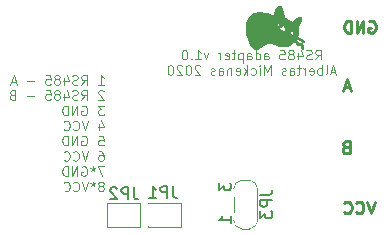
<source format=gbr>
G04 #@! TF.GenerationSoftware,KiCad,Pcbnew,5.99.0-unknown-48ae188~86~ubuntu18.04.1*
G04 #@! TF.CreationDate,2020-01-28T17:25:18+02:00*
G04 #@! TF.ProjectId,adapter,61646170-7465-4722-9e6b-696361645f70,rev?*
G04 #@! TF.SameCoordinates,Original*
G04 #@! TF.FileFunction,Legend,Bot*
G04 #@! TF.FilePolarity,Positive*
%FSLAX46Y46*%
G04 Gerber Fmt 4.6, Leading zero omitted, Abs format (unit mm)*
G04 Created by KiCad (PCBNEW 5.99.0-unknown-48ae188~86~ubuntu18.04.1) date 2020-01-28 17:25:18*
%MOMM*%
%LPD*%
G04 APERTURE LIST*
%ADD10C,0.120000*%
%ADD11C,0.250000*%
%ADD12C,0.010000*%
%ADD13C,0.150000*%
%ADD14R,2.100000X2.100000*%
%ADD15O,2.100000X2.100000*%
%ADD16R,1.900000X1.400000*%
%ADD17R,1.400000X1.900000*%
%ADD18R,3.400000X3.400000*%
%ADD19C,3.400000*%
%ADD20C,1.900000*%
%ADD21R,1.900000X1.900000*%
%ADD22C,3.600000*%
G04 APERTURE END LIST*
D10*
X80409523Y-44717904D02*
X80676190Y-44336952D01*
X80866666Y-44717904D02*
X80866666Y-43917904D01*
X80561904Y-43917904D01*
X80485714Y-43956000D01*
X80447619Y-43994095D01*
X80409523Y-44070285D01*
X80409523Y-44184571D01*
X80447619Y-44260761D01*
X80485714Y-44298857D01*
X80561904Y-44336952D01*
X80866666Y-44336952D01*
X80104761Y-44679809D02*
X79990476Y-44717904D01*
X79800000Y-44717904D01*
X79723809Y-44679809D01*
X79685714Y-44641714D01*
X79647619Y-44565523D01*
X79647619Y-44489333D01*
X79685714Y-44413142D01*
X79723809Y-44375047D01*
X79800000Y-44336952D01*
X79952380Y-44298857D01*
X80028571Y-44260761D01*
X80066666Y-44222666D01*
X80104761Y-44146476D01*
X80104761Y-44070285D01*
X80066666Y-43994095D01*
X80028571Y-43956000D01*
X79952380Y-43917904D01*
X79761904Y-43917904D01*
X79647619Y-43956000D01*
X78961904Y-44184571D02*
X78961904Y-44717904D01*
X79152380Y-43879809D02*
X79342857Y-44451238D01*
X78847619Y-44451238D01*
X78428571Y-44260761D02*
X78504761Y-44222666D01*
X78542857Y-44184571D01*
X78580952Y-44108380D01*
X78580952Y-44070285D01*
X78542857Y-43994095D01*
X78504761Y-43956000D01*
X78428571Y-43917904D01*
X78276190Y-43917904D01*
X78200000Y-43956000D01*
X78161904Y-43994095D01*
X78123809Y-44070285D01*
X78123809Y-44108380D01*
X78161904Y-44184571D01*
X78200000Y-44222666D01*
X78276190Y-44260761D01*
X78428571Y-44260761D01*
X78504761Y-44298857D01*
X78542857Y-44336952D01*
X78580952Y-44413142D01*
X78580952Y-44565523D01*
X78542857Y-44641714D01*
X78504761Y-44679809D01*
X78428571Y-44717904D01*
X78276190Y-44717904D01*
X78200000Y-44679809D01*
X78161904Y-44641714D01*
X78123809Y-44565523D01*
X78123809Y-44413142D01*
X78161904Y-44336952D01*
X78200000Y-44298857D01*
X78276190Y-44260761D01*
X77400000Y-43917904D02*
X77780952Y-43917904D01*
X77819047Y-44298857D01*
X77780952Y-44260761D01*
X77704761Y-44222666D01*
X77514285Y-44222666D01*
X77438095Y-44260761D01*
X77400000Y-44298857D01*
X77361904Y-44375047D01*
X77361904Y-44565523D01*
X77400000Y-44641714D01*
X77438095Y-44679809D01*
X77514285Y-44717904D01*
X77704761Y-44717904D01*
X77780952Y-44679809D01*
X77819047Y-44641714D01*
X76066666Y-44717904D02*
X76066666Y-44298857D01*
X76104761Y-44222666D01*
X76180952Y-44184571D01*
X76333333Y-44184571D01*
X76409523Y-44222666D01*
X76066666Y-44679809D02*
X76142857Y-44717904D01*
X76333333Y-44717904D01*
X76409523Y-44679809D01*
X76447619Y-44603619D01*
X76447619Y-44527428D01*
X76409523Y-44451238D01*
X76333333Y-44413142D01*
X76142857Y-44413142D01*
X76066666Y-44375047D01*
X75342857Y-44717904D02*
X75342857Y-43917904D01*
X75342857Y-44679809D02*
X75419047Y-44717904D01*
X75571428Y-44717904D01*
X75647619Y-44679809D01*
X75685714Y-44641714D01*
X75723809Y-44565523D01*
X75723809Y-44336952D01*
X75685714Y-44260761D01*
X75647619Y-44222666D01*
X75571428Y-44184571D01*
X75419047Y-44184571D01*
X75342857Y-44222666D01*
X74619047Y-44717904D02*
X74619047Y-44298857D01*
X74657142Y-44222666D01*
X74733333Y-44184571D01*
X74885714Y-44184571D01*
X74961904Y-44222666D01*
X74619047Y-44679809D02*
X74695238Y-44717904D01*
X74885714Y-44717904D01*
X74961904Y-44679809D01*
X75000000Y-44603619D01*
X75000000Y-44527428D01*
X74961904Y-44451238D01*
X74885714Y-44413142D01*
X74695238Y-44413142D01*
X74619047Y-44375047D01*
X74238095Y-44184571D02*
X74238095Y-44984571D01*
X74238095Y-44222666D02*
X74161904Y-44184571D01*
X74009523Y-44184571D01*
X73933333Y-44222666D01*
X73895238Y-44260761D01*
X73857142Y-44336952D01*
X73857142Y-44565523D01*
X73895238Y-44641714D01*
X73933333Y-44679809D01*
X74009523Y-44717904D01*
X74161904Y-44717904D01*
X74238095Y-44679809D01*
X73628571Y-44184571D02*
X73323809Y-44184571D01*
X73514285Y-43917904D02*
X73514285Y-44603619D01*
X73476190Y-44679809D01*
X73400000Y-44717904D01*
X73323809Y-44717904D01*
X72752380Y-44679809D02*
X72828571Y-44717904D01*
X72980952Y-44717904D01*
X73057142Y-44679809D01*
X73095238Y-44603619D01*
X73095238Y-44298857D01*
X73057142Y-44222666D01*
X72980952Y-44184571D01*
X72828571Y-44184571D01*
X72752380Y-44222666D01*
X72714285Y-44298857D01*
X72714285Y-44375047D01*
X73095238Y-44451238D01*
X72371428Y-44717904D02*
X72371428Y-44184571D01*
X72371428Y-44336952D02*
X72333333Y-44260761D01*
X72295238Y-44222666D01*
X72219047Y-44184571D01*
X72142857Y-44184571D01*
X71342857Y-44184571D02*
X71152380Y-44717904D01*
X70961904Y-44184571D01*
X70238095Y-44717904D02*
X70695238Y-44717904D01*
X70466666Y-44717904D02*
X70466666Y-43917904D01*
X70542857Y-44032190D01*
X70619047Y-44108380D01*
X70695238Y-44146476D01*
X69895238Y-44641714D02*
X69857142Y-44679809D01*
X69895238Y-44717904D01*
X69933333Y-44679809D01*
X69895238Y-44641714D01*
X69895238Y-44717904D01*
X69361904Y-43917904D02*
X69285714Y-43917904D01*
X69209523Y-43956000D01*
X69171428Y-43994095D01*
X69133333Y-44070285D01*
X69095238Y-44222666D01*
X69095238Y-44413142D01*
X69133333Y-44565523D01*
X69171428Y-44641714D01*
X69209523Y-44679809D01*
X69285714Y-44717904D01*
X69361904Y-44717904D01*
X69438095Y-44679809D01*
X69476190Y-44641714D01*
X69514285Y-44565523D01*
X69552380Y-44413142D01*
X69552380Y-44222666D01*
X69514285Y-44070285D01*
X69476190Y-43994095D01*
X69438095Y-43956000D01*
X69361904Y-43917904D01*
X82104761Y-45777333D02*
X81723809Y-45777333D01*
X82180952Y-46005904D02*
X81914285Y-45205904D01*
X81647619Y-46005904D01*
X81266666Y-46005904D02*
X81342857Y-45967809D01*
X81380952Y-45891619D01*
X81380952Y-45205904D01*
X80961904Y-46005904D02*
X80961904Y-45205904D01*
X80961904Y-45510666D02*
X80885714Y-45472571D01*
X80733333Y-45472571D01*
X80657142Y-45510666D01*
X80619047Y-45548761D01*
X80580952Y-45624952D01*
X80580952Y-45853523D01*
X80619047Y-45929714D01*
X80657142Y-45967809D01*
X80733333Y-46005904D01*
X80885714Y-46005904D01*
X80961904Y-45967809D01*
X79933333Y-45967809D02*
X80009523Y-46005904D01*
X80161904Y-46005904D01*
X80238095Y-45967809D01*
X80276190Y-45891619D01*
X80276190Y-45586857D01*
X80238095Y-45510666D01*
X80161904Y-45472571D01*
X80009523Y-45472571D01*
X79933333Y-45510666D01*
X79895238Y-45586857D01*
X79895238Y-45663047D01*
X80276190Y-45739238D01*
X79552380Y-46005904D02*
X79552380Y-45472571D01*
X79552380Y-45624952D02*
X79514285Y-45548761D01*
X79476190Y-45510666D01*
X79400000Y-45472571D01*
X79323809Y-45472571D01*
X79171428Y-45472571D02*
X78866666Y-45472571D01*
X79057142Y-45205904D02*
X79057142Y-45891619D01*
X79019047Y-45967809D01*
X78942857Y-46005904D01*
X78866666Y-46005904D01*
X78257142Y-46005904D02*
X78257142Y-45586857D01*
X78295238Y-45510666D01*
X78371428Y-45472571D01*
X78523809Y-45472571D01*
X78600000Y-45510666D01*
X78257142Y-45967809D02*
X78333333Y-46005904D01*
X78523809Y-46005904D01*
X78600000Y-45967809D01*
X78638095Y-45891619D01*
X78638095Y-45815428D01*
X78600000Y-45739238D01*
X78523809Y-45701142D01*
X78333333Y-45701142D01*
X78257142Y-45663047D01*
X77914285Y-45967809D02*
X77838095Y-46005904D01*
X77685714Y-46005904D01*
X77609523Y-45967809D01*
X77571428Y-45891619D01*
X77571428Y-45853523D01*
X77609523Y-45777333D01*
X77685714Y-45739238D01*
X77800000Y-45739238D01*
X77876190Y-45701142D01*
X77914285Y-45624952D01*
X77914285Y-45586857D01*
X77876190Y-45510666D01*
X77800000Y-45472571D01*
X77685714Y-45472571D01*
X77609523Y-45510666D01*
X76619047Y-46005904D02*
X76619047Y-45205904D01*
X76352380Y-45777333D01*
X76085714Y-45205904D01*
X76085714Y-46005904D01*
X75704761Y-46005904D02*
X75704761Y-45472571D01*
X75704761Y-45205904D02*
X75742857Y-45244000D01*
X75704761Y-45282095D01*
X75666666Y-45244000D01*
X75704761Y-45205904D01*
X75704761Y-45282095D01*
X74980952Y-45967809D02*
X75057142Y-46005904D01*
X75209523Y-46005904D01*
X75285714Y-45967809D01*
X75323809Y-45929714D01*
X75361904Y-45853523D01*
X75361904Y-45624952D01*
X75323809Y-45548761D01*
X75285714Y-45510666D01*
X75209523Y-45472571D01*
X75057142Y-45472571D01*
X74980952Y-45510666D01*
X74638095Y-46005904D02*
X74638095Y-45205904D01*
X74561904Y-45701142D02*
X74333333Y-46005904D01*
X74333333Y-45472571D02*
X74638095Y-45777333D01*
X73685714Y-45967809D02*
X73761904Y-46005904D01*
X73914285Y-46005904D01*
X73990476Y-45967809D01*
X74028571Y-45891619D01*
X74028571Y-45586857D01*
X73990476Y-45510666D01*
X73914285Y-45472571D01*
X73761904Y-45472571D01*
X73685714Y-45510666D01*
X73647619Y-45586857D01*
X73647619Y-45663047D01*
X74028571Y-45739238D01*
X73304761Y-45472571D02*
X73304761Y-46005904D01*
X73304761Y-45548761D02*
X73266666Y-45510666D01*
X73190476Y-45472571D01*
X73076190Y-45472571D01*
X73000000Y-45510666D01*
X72961904Y-45586857D01*
X72961904Y-46005904D01*
X72238095Y-46005904D02*
X72238095Y-45586857D01*
X72276190Y-45510666D01*
X72352380Y-45472571D01*
X72504761Y-45472571D01*
X72580952Y-45510666D01*
X72238095Y-45967809D02*
X72314285Y-46005904D01*
X72504761Y-46005904D01*
X72580952Y-45967809D01*
X72619047Y-45891619D01*
X72619047Y-45815428D01*
X72580952Y-45739238D01*
X72504761Y-45701142D01*
X72314285Y-45701142D01*
X72238095Y-45663047D01*
X71895238Y-45967809D02*
X71819047Y-46005904D01*
X71666666Y-46005904D01*
X71590476Y-45967809D01*
X71552380Y-45891619D01*
X71552380Y-45853523D01*
X71590476Y-45777333D01*
X71666666Y-45739238D01*
X71780952Y-45739238D01*
X71857142Y-45701142D01*
X71895238Y-45624952D01*
X71895238Y-45586857D01*
X71857142Y-45510666D01*
X71780952Y-45472571D01*
X71666666Y-45472571D01*
X71590476Y-45510666D01*
X70638095Y-45282095D02*
X70600000Y-45244000D01*
X70523809Y-45205904D01*
X70333333Y-45205904D01*
X70257142Y-45244000D01*
X70219047Y-45282095D01*
X70180952Y-45358285D01*
X70180952Y-45434476D01*
X70219047Y-45548761D01*
X70676190Y-46005904D01*
X70180952Y-46005904D01*
X69685714Y-45205904D02*
X69609523Y-45205904D01*
X69533333Y-45244000D01*
X69495238Y-45282095D01*
X69457142Y-45358285D01*
X69419047Y-45510666D01*
X69419047Y-45701142D01*
X69457142Y-45853523D01*
X69495238Y-45929714D01*
X69533333Y-45967809D01*
X69609523Y-46005904D01*
X69685714Y-46005904D01*
X69761904Y-45967809D01*
X69800000Y-45929714D01*
X69838095Y-45853523D01*
X69876190Y-45701142D01*
X69876190Y-45510666D01*
X69838095Y-45358285D01*
X69800000Y-45282095D01*
X69761904Y-45244000D01*
X69685714Y-45205904D01*
X69114285Y-45282095D02*
X69076190Y-45244000D01*
X69000000Y-45205904D01*
X68809523Y-45205904D01*
X68733333Y-45244000D01*
X68695238Y-45282095D01*
X68657142Y-45358285D01*
X68657142Y-45434476D01*
X68695238Y-45548761D01*
X69152380Y-46005904D01*
X68657142Y-46005904D01*
X68161904Y-45205904D02*
X68085714Y-45205904D01*
X68009523Y-45244000D01*
X67971428Y-45282095D01*
X67933333Y-45358285D01*
X67895238Y-45510666D01*
X67895238Y-45701142D01*
X67933333Y-45853523D01*
X67971428Y-45929714D01*
X68009523Y-45967809D01*
X68085714Y-46005904D01*
X68161904Y-46005904D01*
X68238095Y-45967809D01*
X68276190Y-45929714D01*
X68314285Y-45853523D01*
X68352380Y-45701142D01*
X68352380Y-45510666D01*
X68314285Y-45358285D01*
X68276190Y-45282095D01*
X68238095Y-45244000D01*
X68161904Y-45205904D01*
X62012476Y-46853904D02*
X62469619Y-46853904D01*
X62241047Y-46853904D02*
X62241047Y-46053904D01*
X62317238Y-46168190D01*
X62393428Y-46244380D01*
X62469619Y-46282476D01*
X60602952Y-46853904D02*
X60869619Y-46472952D01*
X61060095Y-46853904D02*
X61060095Y-46053904D01*
X60755333Y-46053904D01*
X60679142Y-46092000D01*
X60641047Y-46130095D01*
X60602952Y-46206285D01*
X60602952Y-46320571D01*
X60641047Y-46396761D01*
X60679142Y-46434857D01*
X60755333Y-46472952D01*
X61060095Y-46472952D01*
X60298190Y-46815809D02*
X60183904Y-46853904D01*
X59993428Y-46853904D01*
X59917238Y-46815809D01*
X59879142Y-46777714D01*
X59841047Y-46701523D01*
X59841047Y-46625333D01*
X59879142Y-46549142D01*
X59917238Y-46511047D01*
X59993428Y-46472952D01*
X60145809Y-46434857D01*
X60222000Y-46396761D01*
X60260095Y-46358666D01*
X60298190Y-46282476D01*
X60298190Y-46206285D01*
X60260095Y-46130095D01*
X60222000Y-46092000D01*
X60145809Y-46053904D01*
X59955333Y-46053904D01*
X59841047Y-46092000D01*
X59155333Y-46320571D02*
X59155333Y-46853904D01*
X59345809Y-46015809D02*
X59536285Y-46587238D01*
X59041047Y-46587238D01*
X58622000Y-46396761D02*
X58698190Y-46358666D01*
X58736285Y-46320571D01*
X58774380Y-46244380D01*
X58774380Y-46206285D01*
X58736285Y-46130095D01*
X58698190Y-46092000D01*
X58622000Y-46053904D01*
X58469619Y-46053904D01*
X58393428Y-46092000D01*
X58355333Y-46130095D01*
X58317238Y-46206285D01*
X58317238Y-46244380D01*
X58355333Y-46320571D01*
X58393428Y-46358666D01*
X58469619Y-46396761D01*
X58622000Y-46396761D01*
X58698190Y-46434857D01*
X58736285Y-46472952D01*
X58774380Y-46549142D01*
X58774380Y-46701523D01*
X58736285Y-46777714D01*
X58698190Y-46815809D01*
X58622000Y-46853904D01*
X58469619Y-46853904D01*
X58393428Y-46815809D01*
X58355333Y-46777714D01*
X58317238Y-46701523D01*
X58317238Y-46549142D01*
X58355333Y-46472952D01*
X58393428Y-46434857D01*
X58469619Y-46396761D01*
X57593428Y-46053904D02*
X57974380Y-46053904D01*
X58012476Y-46434857D01*
X57974380Y-46396761D01*
X57898190Y-46358666D01*
X57707714Y-46358666D01*
X57631523Y-46396761D01*
X57593428Y-46434857D01*
X57555333Y-46511047D01*
X57555333Y-46701523D01*
X57593428Y-46777714D01*
X57631523Y-46815809D01*
X57707714Y-46853904D01*
X57898190Y-46853904D01*
X57974380Y-46815809D01*
X58012476Y-46777714D01*
X56602952Y-46549142D02*
X55993428Y-46549142D01*
X55041047Y-46625333D02*
X54660095Y-46625333D01*
X55117238Y-46853904D02*
X54850571Y-46053904D01*
X54583904Y-46853904D01*
X62469619Y-47418095D02*
X62431523Y-47380000D01*
X62355333Y-47341904D01*
X62164857Y-47341904D01*
X62088666Y-47380000D01*
X62050571Y-47418095D01*
X62012476Y-47494285D01*
X62012476Y-47570476D01*
X62050571Y-47684761D01*
X62507714Y-48141904D01*
X62012476Y-48141904D01*
X60602952Y-48141904D02*
X60869619Y-47760952D01*
X61060095Y-48141904D02*
X61060095Y-47341904D01*
X60755333Y-47341904D01*
X60679142Y-47380000D01*
X60641047Y-47418095D01*
X60602952Y-47494285D01*
X60602952Y-47608571D01*
X60641047Y-47684761D01*
X60679142Y-47722857D01*
X60755333Y-47760952D01*
X61060095Y-47760952D01*
X60298190Y-48103809D02*
X60183904Y-48141904D01*
X59993428Y-48141904D01*
X59917238Y-48103809D01*
X59879142Y-48065714D01*
X59841047Y-47989523D01*
X59841047Y-47913333D01*
X59879142Y-47837142D01*
X59917238Y-47799047D01*
X59993428Y-47760952D01*
X60145809Y-47722857D01*
X60222000Y-47684761D01*
X60260095Y-47646666D01*
X60298190Y-47570476D01*
X60298190Y-47494285D01*
X60260095Y-47418095D01*
X60222000Y-47380000D01*
X60145809Y-47341904D01*
X59955333Y-47341904D01*
X59841047Y-47380000D01*
X59155333Y-47608571D02*
X59155333Y-48141904D01*
X59345809Y-47303809D02*
X59536285Y-47875238D01*
X59041047Y-47875238D01*
X58622000Y-47684761D02*
X58698190Y-47646666D01*
X58736285Y-47608571D01*
X58774380Y-47532380D01*
X58774380Y-47494285D01*
X58736285Y-47418095D01*
X58698190Y-47380000D01*
X58622000Y-47341904D01*
X58469619Y-47341904D01*
X58393428Y-47380000D01*
X58355333Y-47418095D01*
X58317238Y-47494285D01*
X58317238Y-47532380D01*
X58355333Y-47608571D01*
X58393428Y-47646666D01*
X58469619Y-47684761D01*
X58622000Y-47684761D01*
X58698190Y-47722857D01*
X58736285Y-47760952D01*
X58774380Y-47837142D01*
X58774380Y-47989523D01*
X58736285Y-48065714D01*
X58698190Y-48103809D01*
X58622000Y-48141904D01*
X58469619Y-48141904D01*
X58393428Y-48103809D01*
X58355333Y-48065714D01*
X58317238Y-47989523D01*
X58317238Y-47837142D01*
X58355333Y-47760952D01*
X58393428Y-47722857D01*
X58469619Y-47684761D01*
X57593428Y-47341904D02*
X57974380Y-47341904D01*
X58012476Y-47722857D01*
X57974380Y-47684761D01*
X57898190Y-47646666D01*
X57707714Y-47646666D01*
X57631523Y-47684761D01*
X57593428Y-47722857D01*
X57555333Y-47799047D01*
X57555333Y-47989523D01*
X57593428Y-48065714D01*
X57631523Y-48103809D01*
X57707714Y-48141904D01*
X57898190Y-48141904D01*
X57974380Y-48103809D01*
X58012476Y-48065714D01*
X56602952Y-47837142D02*
X55993428Y-47837142D01*
X54736285Y-47722857D02*
X54622000Y-47760952D01*
X54583904Y-47799047D01*
X54545809Y-47875238D01*
X54545809Y-47989523D01*
X54583904Y-48065714D01*
X54622000Y-48103809D01*
X54698190Y-48141904D01*
X55002952Y-48141904D01*
X55002952Y-47341904D01*
X54736285Y-47341904D01*
X54660095Y-47380000D01*
X54622000Y-47418095D01*
X54583904Y-47494285D01*
X54583904Y-47570476D01*
X54622000Y-47646666D01*
X54660095Y-47684761D01*
X54736285Y-47722857D01*
X55002952Y-47722857D01*
X62507714Y-48629904D02*
X62012476Y-48629904D01*
X62279142Y-48934666D01*
X62164857Y-48934666D01*
X62088666Y-48972761D01*
X62050571Y-49010857D01*
X62012476Y-49087047D01*
X62012476Y-49277523D01*
X62050571Y-49353714D01*
X62088666Y-49391809D01*
X62164857Y-49429904D01*
X62393428Y-49429904D01*
X62469619Y-49391809D01*
X62507714Y-49353714D01*
X60641047Y-48668000D02*
X60717238Y-48629904D01*
X60831523Y-48629904D01*
X60945809Y-48668000D01*
X61022000Y-48744190D01*
X61060095Y-48820380D01*
X61098190Y-48972761D01*
X61098190Y-49087047D01*
X61060095Y-49239428D01*
X61022000Y-49315619D01*
X60945809Y-49391809D01*
X60831523Y-49429904D01*
X60755333Y-49429904D01*
X60641047Y-49391809D01*
X60602952Y-49353714D01*
X60602952Y-49087047D01*
X60755333Y-49087047D01*
X60260095Y-49429904D02*
X60260095Y-48629904D01*
X59802952Y-49429904D01*
X59802952Y-48629904D01*
X59422000Y-49429904D02*
X59422000Y-48629904D01*
X59231523Y-48629904D01*
X59117238Y-48668000D01*
X59041047Y-48744190D01*
X59002952Y-48820380D01*
X58964857Y-48972761D01*
X58964857Y-49087047D01*
X59002952Y-49239428D01*
X59041047Y-49315619D01*
X59117238Y-49391809D01*
X59231523Y-49429904D01*
X59422000Y-49429904D01*
X62088666Y-50184571D02*
X62088666Y-50717904D01*
X62279142Y-49879809D02*
X62469619Y-50451238D01*
X61974380Y-50451238D01*
X61174380Y-49917904D02*
X60907714Y-50717904D01*
X60641047Y-49917904D01*
X59917238Y-50641714D02*
X59955333Y-50679809D01*
X60069619Y-50717904D01*
X60145809Y-50717904D01*
X60260095Y-50679809D01*
X60336285Y-50603619D01*
X60374380Y-50527428D01*
X60412476Y-50375047D01*
X60412476Y-50260761D01*
X60374380Y-50108380D01*
X60336285Y-50032190D01*
X60260095Y-49956000D01*
X60145809Y-49917904D01*
X60069619Y-49917904D01*
X59955333Y-49956000D01*
X59917238Y-49994095D01*
X59117238Y-50641714D02*
X59155333Y-50679809D01*
X59269619Y-50717904D01*
X59345809Y-50717904D01*
X59460095Y-50679809D01*
X59536285Y-50603619D01*
X59574380Y-50527428D01*
X59612476Y-50375047D01*
X59612476Y-50260761D01*
X59574380Y-50108380D01*
X59536285Y-50032190D01*
X59460095Y-49956000D01*
X59345809Y-49917904D01*
X59269619Y-49917904D01*
X59155333Y-49956000D01*
X59117238Y-49994095D01*
X62050571Y-51205904D02*
X62431523Y-51205904D01*
X62469619Y-51586857D01*
X62431523Y-51548761D01*
X62355333Y-51510666D01*
X62164857Y-51510666D01*
X62088666Y-51548761D01*
X62050571Y-51586857D01*
X62012476Y-51663047D01*
X62012476Y-51853523D01*
X62050571Y-51929714D01*
X62088666Y-51967809D01*
X62164857Y-52005904D01*
X62355333Y-52005904D01*
X62431523Y-51967809D01*
X62469619Y-51929714D01*
X60641047Y-51244000D02*
X60717238Y-51205904D01*
X60831523Y-51205904D01*
X60945809Y-51244000D01*
X61022000Y-51320190D01*
X61060095Y-51396380D01*
X61098190Y-51548761D01*
X61098190Y-51663047D01*
X61060095Y-51815428D01*
X61022000Y-51891619D01*
X60945809Y-51967809D01*
X60831523Y-52005904D01*
X60755333Y-52005904D01*
X60641047Y-51967809D01*
X60602952Y-51929714D01*
X60602952Y-51663047D01*
X60755333Y-51663047D01*
X60260095Y-52005904D02*
X60260095Y-51205904D01*
X59802952Y-52005904D01*
X59802952Y-51205904D01*
X59422000Y-52005904D02*
X59422000Y-51205904D01*
X59231523Y-51205904D01*
X59117238Y-51244000D01*
X59041047Y-51320190D01*
X59002952Y-51396380D01*
X58964857Y-51548761D01*
X58964857Y-51663047D01*
X59002952Y-51815428D01*
X59041047Y-51891619D01*
X59117238Y-51967809D01*
X59231523Y-52005904D01*
X59422000Y-52005904D01*
X62088666Y-52493904D02*
X62241047Y-52493904D01*
X62317238Y-52532000D01*
X62355333Y-52570095D01*
X62431523Y-52684380D01*
X62469619Y-52836761D01*
X62469619Y-53141523D01*
X62431523Y-53217714D01*
X62393428Y-53255809D01*
X62317238Y-53293904D01*
X62164857Y-53293904D01*
X62088666Y-53255809D01*
X62050571Y-53217714D01*
X62012476Y-53141523D01*
X62012476Y-52951047D01*
X62050571Y-52874857D01*
X62088666Y-52836761D01*
X62164857Y-52798666D01*
X62317238Y-52798666D01*
X62393428Y-52836761D01*
X62431523Y-52874857D01*
X62469619Y-52951047D01*
X61174380Y-52493904D02*
X60907714Y-53293904D01*
X60641047Y-52493904D01*
X59917238Y-53217714D02*
X59955333Y-53255809D01*
X60069619Y-53293904D01*
X60145809Y-53293904D01*
X60260095Y-53255809D01*
X60336285Y-53179619D01*
X60374380Y-53103428D01*
X60412476Y-52951047D01*
X60412476Y-52836761D01*
X60374380Y-52684380D01*
X60336285Y-52608190D01*
X60260095Y-52532000D01*
X60145809Y-52493904D01*
X60069619Y-52493904D01*
X59955333Y-52532000D01*
X59917238Y-52570095D01*
X59117238Y-53217714D02*
X59155333Y-53255809D01*
X59269619Y-53293904D01*
X59345809Y-53293904D01*
X59460095Y-53255809D01*
X59536285Y-53179619D01*
X59574380Y-53103428D01*
X59612476Y-52951047D01*
X59612476Y-52836761D01*
X59574380Y-52684380D01*
X59536285Y-52608190D01*
X59460095Y-52532000D01*
X59345809Y-52493904D01*
X59269619Y-52493904D01*
X59155333Y-52532000D01*
X59117238Y-52570095D01*
X62507714Y-53781904D02*
X61974380Y-53781904D01*
X62317238Y-54581904D01*
X61555333Y-53781904D02*
X61555333Y-53972380D01*
X61745809Y-53896190D02*
X61555333Y-53972380D01*
X61364857Y-53896190D01*
X61669619Y-54124761D02*
X61555333Y-53972380D01*
X61441047Y-54124761D01*
X60641047Y-53820000D02*
X60717238Y-53781904D01*
X60831523Y-53781904D01*
X60945809Y-53820000D01*
X61022000Y-53896190D01*
X61060095Y-53972380D01*
X61098190Y-54124761D01*
X61098190Y-54239047D01*
X61060095Y-54391428D01*
X61022000Y-54467619D01*
X60945809Y-54543809D01*
X60831523Y-54581904D01*
X60755333Y-54581904D01*
X60641047Y-54543809D01*
X60602952Y-54505714D01*
X60602952Y-54239047D01*
X60755333Y-54239047D01*
X60260095Y-54581904D02*
X60260095Y-53781904D01*
X59802952Y-54581904D01*
X59802952Y-53781904D01*
X59422000Y-54581904D02*
X59422000Y-53781904D01*
X59231523Y-53781904D01*
X59117238Y-53820000D01*
X59041047Y-53896190D01*
X59002952Y-53972380D01*
X58964857Y-54124761D01*
X58964857Y-54239047D01*
X59002952Y-54391428D01*
X59041047Y-54467619D01*
X59117238Y-54543809D01*
X59231523Y-54581904D01*
X59422000Y-54581904D01*
X62317238Y-55412761D02*
X62393428Y-55374666D01*
X62431523Y-55336571D01*
X62469619Y-55260380D01*
X62469619Y-55222285D01*
X62431523Y-55146095D01*
X62393428Y-55108000D01*
X62317238Y-55069904D01*
X62164857Y-55069904D01*
X62088666Y-55108000D01*
X62050571Y-55146095D01*
X62012476Y-55222285D01*
X62012476Y-55260380D01*
X62050571Y-55336571D01*
X62088666Y-55374666D01*
X62164857Y-55412761D01*
X62317238Y-55412761D01*
X62393428Y-55450857D01*
X62431523Y-55488952D01*
X62469619Y-55565142D01*
X62469619Y-55717523D01*
X62431523Y-55793714D01*
X62393428Y-55831809D01*
X62317238Y-55869904D01*
X62164857Y-55869904D01*
X62088666Y-55831809D01*
X62050571Y-55793714D01*
X62012476Y-55717523D01*
X62012476Y-55565142D01*
X62050571Y-55488952D01*
X62088666Y-55450857D01*
X62164857Y-55412761D01*
X61555333Y-55069904D02*
X61555333Y-55260380D01*
X61745809Y-55184190D02*
X61555333Y-55260380D01*
X61364857Y-55184190D01*
X61669619Y-55412761D02*
X61555333Y-55260380D01*
X61441047Y-55412761D01*
X61174380Y-55069904D02*
X60907714Y-55869904D01*
X60641047Y-55069904D01*
X59917238Y-55793714D02*
X59955333Y-55831809D01*
X60069619Y-55869904D01*
X60145809Y-55869904D01*
X60260095Y-55831809D01*
X60336285Y-55755619D01*
X60374380Y-55679428D01*
X60412476Y-55527047D01*
X60412476Y-55412761D01*
X60374380Y-55260380D01*
X60336285Y-55184190D01*
X60260095Y-55108000D01*
X60145809Y-55069904D01*
X60069619Y-55069904D01*
X59955333Y-55108000D01*
X59917238Y-55146095D01*
X59117238Y-55793714D02*
X59155333Y-55831809D01*
X59269619Y-55869904D01*
X59345809Y-55869904D01*
X59460095Y-55831809D01*
X59536285Y-55755619D01*
X59574380Y-55679428D01*
X59612476Y-55527047D01*
X59612476Y-55412761D01*
X59574380Y-55260380D01*
X59536285Y-55184190D01*
X59460095Y-55108000D01*
X59345809Y-55069904D01*
X59269619Y-55069904D01*
X59155333Y-55108000D01*
X59117238Y-55146095D01*
D11*
X85424404Y-56752380D02*
X85091071Y-57752380D01*
X84757738Y-56752380D01*
X83852976Y-57657142D02*
X83900595Y-57704761D01*
X84043452Y-57752380D01*
X84138690Y-57752380D01*
X84281547Y-57704761D01*
X84376785Y-57609523D01*
X84424404Y-57514285D01*
X84472023Y-57323809D01*
X84472023Y-57180952D01*
X84424404Y-56990476D01*
X84376785Y-56895238D01*
X84281547Y-56800000D01*
X84138690Y-56752380D01*
X84043452Y-56752380D01*
X83900595Y-56800000D01*
X83852976Y-56847619D01*
X82852976Y-57657142D02*
X82900595Y-57704761D01*
X83043452Y-57752380D01*
X83138690Y-57752380D01*
X83281547Y-57704761D01*
X83376785Y-57609523D01*
X83424404Y-57514285D01*
X83472023Y-57323809D01*
X83472023Y-57180952D01*
X83424404Y-56990476D01*
X83376785Y-56895238D01*
X83281547Y-56800000D01*
X83138690Y-56752380D01*
X83043452Y-56752380D01*
X82900595Y-56800000D01*
X82852976Y-56847619D01*
X83347023Y-47066666D02*
X82870833Y-47066666D01*
X83442261Y-47352380D02*
X83108928Y-46352380D01*
X82775595Y-47352380D01*
X82966071Y-52128571D02*
X82823214Y-52176190D01*
X82775595Y-52223809D01*
X82727976Y-52319047D01*
X82727976Y-52461904D01*
X82775595Y-52557142D01*
X82823214Y-52604761D01*
X82918452Y-52652380D01*
X83299404Y-52652380D01*
X83299404Y-51652380D01*
X82966071Y-51652380D01*
X82870833Y-51700000D01*
X82823214Y-51747619D01*
X82775595Y-51842857D01*
X82775595Y-51938095D01*
X82823214Y-52033333D01*
X82870833Y-52080952D01*
X82966071Y-52128571D01*
X83299404Y-52128571D01*
X84948214Y-41500000D02*
X85043452Y-41452380D01*
X85186309Y-41452380D01*
X85329166Y-41500000D01*
X85424404Y-41595238D01*
X85472023Y-41690476D01*
X85519642Y-41880952D01*
X85519642Y-42023809D01*
X85472023Y-42214285D01*
X85424404Y-42309523D01*
X85329166Y-42404761D01*
X85186309Y-42452380D01*
X85091071Y-42452380D01*
X84948214Y-42404761D01*
X84900595Y-42357142D01*
X84900595Y-42023809D01*
X85091071Y-42023809D01*
X84472023Y-42452380D02*
X84472023Y-41452380D01*
X83900595Y-42452380D01*
X83900595Y-41452380D01*
X83424404Y-42452380D02*
X83424404Y-41452380D01*
X83186309Y-41452380D01*
X83043452Y-41500000D01*
X82948214Y-41595238D01*
X82900595Y-41690476D01*
X82852976Y-41880952D01*
X82852976Y-42023809D01*
X82900595Y-42214285D01*
X82948214Y-42309523D01*
X83043452Y-42404761D01*
X83186309Y-42452380D01*
X83424404Y-42452380D01*
D10*
X74800000Y-59050000D02*
G75*
G03*
X75500000Y-58350000I0J700000D01*
G01*
X73500000Y-58350000D02*
G75*
G03*
X74200000Y-59050000I700000J0D01*
G01*
X74200000Y-54950000D02*
G75*
G03*
X73500000Y-55650000I0J-700000D01*
G01*
X75500000Y-55650000D02*
G75*
G03*
X74800000Y-54950000I-700000J0D01*
G01*
X75500000Y-58400000D02*
X75500000Y-55600000D01*
X74800000Y-54950000D02*
X74200000Y-54950000D01*
X73500000Y-55600000D02*
X73500000Y-58400000D01*
X74200000Y-59050000D02*
X74800000Y-59050000D01*
X65600000Y-56900000D02*
X62800000Y-56900000D01*
X62800000Y-56900000D02*
X62800000Y-58900000D01*
X62800000Y-58900000D02*
X65600000Y-58900000D01*
X65600000Y-58900000D02*
X65600000Y-56900000D01*
X66200000Y-58900000D02*
X69000000Y-58900000D01*
X69000000Y-58900000D02*
X69000000Y-56900000D01*
X69000000Y-56900000D02*
X66200000Y-56900000D01*
X66200000Y-56900000D02*
X66200000Y-58900000D01*
G36*
X77512370Y-41735709D02*
G01*
X77549589Y-41765775D01*
X77569709Y-41827754D01*
X77562683Y-41895540D01*
X77524457Y-41945883D01*
X77480798Y-41969684D01*
X77418312Y-41973717D01*
X77359834Y-41936500D01*
X77325352Y-41879824D01*
X77321282Y-41814389D01*
X77350762Y-41758095D01*
X77393481Y-41733329D01*
X77454500Y-41724668D01*
X77512370Y-41735709D01*
G37*
D12*
X77512370Y-41735709D02*
X77549589Y-41765775D01*
X77569709Y-41827754D01*
X77562683Y-41895540D01*
X77524457Y-41945883D01*
X77480798Y-41969684D01*
X77418312Y-41973717D01*
X77359834Y-41936500D01*
X77325352Y-41879824D01*
X77321282Y-41814389D01*
X77350762Y-41758095D01*
X77393481Y-41733329D01*
X77454500Y-41724668D01*
X77512370Y-41735709D01*
G36*
X78615118Y-42391092D02*
G01*
X78653146Y-42423947D01*
X78667729Y-42471371D01*
X78650633Y-42519026D01*
X78640575Y-42528658D01*
X78591219Y-42545450D01*
X78535966Y-42536114D01*
X78494494Y-42502708D01*
X78489735Y-42493965D01*
X78486324Y-42445841D01*
X78516642Y-42405958D01*
X78573581Y-42384902D01*
X78615118Y-42391092D01*
G37*
X78615118Y-42391092D02*
X78653146Y-42423947D01*
X78667729Y-42471371D01*
X78650633Y-42519026D01*
X78640575Y-42528658D01*
X78591219Y-42545450D01*
X78535966Y-42536114D01*
X78494494Y-42502708D01*
X78489735Y-42493965D01*
X78486324Y-42445841D01*
X78516642Y-42405958D01*
X78573581Y-42384902D01*
X78615118Y-42391092D01*
G36*
X78885613Y-42746910D02*
G01*
X78872251Y-42796252D01*
X78868814Y-42816458D01*
X78876329Y-42820291D01*
X78914683Y-42838620D01*
X78977839Y-42868329D01*
X79057221Y-42905372D01*
X79086598Y-42919306D01*
X79187135Y-42970230D01*
X79283699Y-43023290D01*
X79358846Y-43069021D01*
X79398193Y-43095960D01*
X79446951Y-43135862D01*
X79470426Y-43170279D01*
X79476500Y-43208558D01*
X79470110Y-43246030D01*
X79442902Y-43268059D01*
X79392087Y-43262256D01*
X79315253Y-43228233D01*
X79209989Y-43165602D01*
X79189741Y-43152868D01*
X79095079Y-43097985D01*
X78999251Y-43048484D01*
X78920210Y-43013771D01*
X78907039Y-43008858D01*
X78842883Y-42986269D01*
X78805333Y-42978393D01*
X78783341Y-42984527D01*
X78765857Y-43003970D01*
X78765081Y-43005044D01*
X78754438Y-43029068D01*
X78758999Y-43059297D01*
X78782070Y-43105019D01*
X78826962Y-43175523D01*
X78915584Y-43309444D01*
X79074334Y-43322431D01*
X79083976Y-43323245D01*
X79164316Y-43332032D01*
X79228789Y-43342388D01*
X79264202Y-43352242D01*
X79274081Y-43363596D01*
X79295958Y-43410390D01*
X79321111Y-43483578D01*
X79346041Y-43573687D01*
X79351509Y-43595927D01*
X79372404Y-43687875D01*
X79381988Y-43748863D01*
X79381090Y-43786876D01*
X79370539Y-43809904D01*
X79339403Y-43835215D01*
X79294031Y-43837528D01*
X79253215Y-43804218D01*
X79224155Y-43738781D01*
X79221757Y-43729512D01*
X79201780Y-43652428D01*
X79181510Y-43574351D01*
X79158837Y-43487118D01*
X78991217Y-43472496D01*
X78823596Y-43457875D01*
X78734812Y-43321604D01*
X78725584Y-43307565D01*
X78682561Y-43245467D01*
X78648689Y-43201819D01*
X78630628Y-43185333D01*
X78609087Y-43197564D01*
X78574906Y-43230177D01*
X78520091Y-43281127D01*
X78435185Y-43345831D01*
X78334808Y-43413215D01*
X78230791Y-43475370D01*
X78134965Y-43524383D01*
X78066591Y-43553551D01*
X77927139Y-43599269D01*
X77790373Y-43622198D01*
X77648843Y-43622007D01*
X77495098Y-43598366D01*
X77321688Y-43550944D01*
X77121164Y-43479411D01*
X76973405Y-43424220D01*
X76825084Y-43374951D01*
X76701376Y-43342683D01*
X76595257Y-43325978D01*
X76499702Y-43323400D01*
X76407685Y-43333513D01*
X76348579Y-43345988D01*
X76171865Y-43407581D01*
X75987650Y-43505612D01*
X75800971Y-43637558D01*
X75736581Y-43688109D01*
X75647033Y-43754228D01*
X75575960Y-43798540D01*
X75515157Y-43825131D01*
X75456420Y-43838089D01*
X75391542Y-43841500D01*
X75312969Y-43835119D01*
X75213586Y-43803104D01*
X75117119Y-43740101D01*
X75015121Y-43641624D01*
X74972431Y-43592400D01*
X74856984Y-43428721D01*
X74756178Y-43234928D01*
X74668260Y-43007298D01*
X74591477Y-42742111D01*
X74579139Y-42692046D01*
X74562155Y-42615196D01*
X74550144Y-42543327D01*
X74542247Y-42466976D01*
X74538774Y-42399421D01*
X78227667Y-42399421D01*
X78236526Y-42429018D01*
X78271653Y-42481680D01*
X78323846Y-42538639D01*
X78382648Y-42588847D01*
X78437605Y-42621255D01*
X78505408Y-42643212D01*
X78596824Y-42652209D01*
X78703917Y-42637547D01*
X78744202Y-42625128D01*
X78761224Y-42600746D01*
X78760261Y-42550093D01*
X78753068Y-42502116D01*
X78715947Y-42400355D01*
X78654847Y-42327401D01*
X78574020Y-42287257D01*
X78477715Y-42283926D01*
X78426092Y-42295958D01*
X78357187Y-42319895D01*
X78293189Y-42348793D01*
X78246037Y-42377140D01*
X78227667Y-42399421D01*
X74538774Y-42399421D01*
X74537604Y-42376681D01*
X74535356Y-42262982D01*
X74534644Y-42116416D01*
X74535751Y-41950137D01*
X74540909Y-41805791D01*
X74551702Y-41686715D01*
X74552294Y-41683340D01*
X77153196Y-41683340D01*
X77157444Y-41721064D01*
X77178862Y-41799992D01*
X77240205Y-41953068D01*
X77320233Y-42084793D01*
X77414302Y-42188263D01*
X77517765Y-42256572D01*
X77545843Y-42267087D01*
X77614872Y-42283305D01*
X77692851Y-42293428D01*
X77767225Y-42296625D01*
X77825438Y-42292064D01*
X77854935Y-42278912D01*
X77857681Y-42252681D01*
X77854601Y-42196335D01*
X77846101Y-42123083D01*
X77833041Y-42049088D01*
X77784262Y-41894000D01*
X77712268Y-41772063D01*
X77618733Y-41684576D01*
X77505332Y-41632839D01*
X77373739Y-41618149D01*
X77225630Y-41641807D01*
X77216965Y-41644243D01*
X77169794Y-41661503D01*
X77153196Y-41683340D01*
X74552294Y-41683340D01*
X74569695Y-41584147D01*
X74596451Y-41489327D01*
X74633533Y-41393494D01*
X74682504Y-41287887D01*
X74738873Y-41187973D01*
X74861633Y-41033095D01*
X75011069Y-40905246D01*
X75181051Y-40809254D01*
X75365449Y-40749949D01*
X75478776Y-40735396D01*
X75622110Y-40730912D01*
X75781605Y-40736047D01*
X75944826Y-40750059D01*
X76099335Y-40772205D01*
X76232695Y-40801742D01*
X76311017Y-40824794D01*
X76472285Y-40877958D01*
X76636925Y-40938325D01*
X76782748Y-40997979D01*
X76807353Y-40989730D01*
X76830933Y-40949110D01*
X76870436Y-40842991D01*
X76949740Y-40645548D01*
X77023632Y-40485756D01*
X77093944Y-40360958D01*
X77162507Y-40268498D01*
X77231152Y-40205719D01*
X77301713Y-40169965D01*
X77376020Y-40158579D01*
X77403833Y-40160177D01*
X77448904Y-40178832D01*
X77487478Y-40227291D01*
X77519538Y-40290882D01*
X77561168Y-40399180D01*
X77606079Y-40539771D01*
X77652649Y-40707519D01*
X77699255Y-40897289D01*
X77701938Y-40908824D01*
X77726190Y-41008320D01*
X77748453Y-41091886D01*
X77766361Y-41151051D01*
X77777544Y-41177343D01*
X77789145Y-41185247D01*
X77833835Y-41211069D01*
X77905066Y-41250160D01*
X77996085Y-41298836D01*
X78100142Y-41353412D01*
X78405227Y-41511968D01*
X78512239Y-41430211D01*
X78516238Y-41427158D01*
X78689247Y-41301815D01*
X78841940Y-41204788D01*
X78972498Y-41137026D01*
X79079101Y-41099474D01*
X79159931Y-41093081D01*
X79192372Y-41105934D01*
X79215016Y-41143066D01*
X79218428Y-41205803D01*
X79202181Y-41296333D01*
X79165852Y-41416847D01*
X79109017Y-41569534D01*
X79031249Y-41756583D01*
X78996433Y-41837994D01*
X78965863Y-41914240D01*
X78948248Y-41970005D01*
X78941286Y-42015488D01*
X78942679Y-42060892D01*
X78950127Y-42116416D01*
X78959330Y-42217222D01*
X78958764Y-42252681D01*
X78956780Y-42377010D01*
X78937656Y-42540257D01*
X78923613Y-42600746D01*
X78903587Y-42687008D01*
X78885613Y-42746910D01*
G37*
X78885613Y-42746910D02*
X78872251Y-42796252D01*
X78868814Y-42816458D01*
X78876329Y-42820291D01*
X78914683Y-42838620D01*
X78977839Y-42868329D01*
X79057221Y-42905372D01*
X79086598Y-42919306D01*
X79187135Y-42970230D01*
X79283699Y-43023290D01*
X79358846Y-43069021D01*
X79398193Y-43095960D01*
X79446951Y-43135862D01*
X79470426Y-43170279D01*
X79476500Y-43208558D01*
X79470110Y-43246030D01*
X79442902Y-43268059D01*
X79392087Y-43262256D01*
X79315253Y-43228233D01*
X79209989Y-43165602D01*
X79189741Y-43152868D01*
X79095079Y-43097985D01*
X78999251Y-43048484D01*
X78920210Y-43013771D01*
X78907039Y-43008858D01*
X78842883Y-42986269D01*
X78805333Y-42978393D01*
X78783341Y-42984527D01*
X78765857Y-43003970D01*
X78765081Y-43005044D01*
X78754438Y-43029068D01*
X78758999Y-43059297D01*
X78782070Y-43105019D01*
X78826962Y-43175523D01*
X78915584Y-43309444D01*
X79074334Y-43322431D01*
X79083976Y-43323245D01*
X79164316Y-43332032D01*
X79228789Y-43342388D01*
X79264202Y-43352242D01*
X79274081Y-43363596D01*
X79295958Y-43410390D01*
X79321111Y-43483578D01*
X79346041Y-43573687D01*
X79351509Y-43595927D01*
X79372404Y-43687875D01*
X79381988Y-43748863D01*
X79381090Y-43786876D01*
X79370539Y-43809904D01*
X79339403Y-43835215D01*
X79294031Y-43837528D01*
X79253215Y-43804218D01*
X79224155Y-43738781D01*
X79221757Y-43729512D01*
X79201780Y-43652428D01*
X79181510Y-43574351D01*
X79158837Y-43487118D01*
X78991217Y-43472496D01*
X78823596Y-43457875D01*
X78734812Y-43321604D01*
X78725584Y-43307565D01*
X78682561Y-43245467D01*
X78648689Y-43201819D01*
X78630628Y-43185333D01*
X78609087Y-43197564D01*
X78574906Y-43230177D01*
X78520091Y-43281127D01*
X78435185Y-43345831D01*
X78334808Y-43413215D01*
X78230791Y-43475370D01*
X78134965Y-43524383D01*
X78066591Y-43553551D01*
X77927139Y-43599269D01*
X77790373Y-43622198D01*
X77648843Y-43622007D01*
X77495098Y-43598366D01*
X77321688Y-43550944D01*
X77121164Y-43479411D01*
X76973405Y-43424220D01*
X76825084Y-43374951D01*
X76701376Y-43342683D01*
X76595257Y-43325978D01*
X76499702Y-43323400D01*
X76407685Y-43333513D01*
X76348579Y-43345988D01*
X76171865Y-43407581D01*
X75987650Y-43505612D01*
X75800971Y-43637558D01*
X75736581Y-43688109D01*
X75647033Y-43754228D01*
X75575960Y-43798540D01*
X75515157Y-43825131D01*
X75456420Y-43838089D01*
X75391542Y-43841500D01*
X75312969Y-43835119D01*
X75213586Y-43803104D01*
X75117119Y-43740101D01*
X75015121Y-43641624D01*
X74972431Y-43592400D01*
X74856984Y-43428721D01*
X74756178Y-43234928D01*
X74668260Y-43007298D01*
X74591477Y-42742111D01*
X74579139Y-42692046D01*
X74562155Y-42615196D01*
X74550144Y-42543327D01*
X74542247Y-42466976D01*
X74538774Y-42399421D01*
X78227667Y-42399421D01*
X78236526Y-42429018D01*
X78271653Y-42481680D01*
X78323846Y-42538639D01*
X78382648Y-42588847D01*
X78437605Y-42621255D01*
X78505408Y-42643212D01*
X78596824Y-42652209D01*
X78703917Y-42637547D01*
X78744202Y-42625128D01*
X78761224Y-42600746D01*
X78760261Y-42550093D01*
X78753068Y-42502116D01*
X78715947Y-42400355D01*
X78654847Y-42327401D01*
X78574020Y-42287257D01*
X78477715Y-42283926D01*
X78426092Y-42295958D01*
X78357187Y-42319895D01*
X78293189Y-42348793D01*
X78246037Y-42377140D01*
X78227667Y-42399421D01*
X74538774Y-42399421D01*
X74537604Y-42376681D01*
X74535356Y-42262982D01*
X74534644Y-42116416D01*
X74535751Y-41950137D01*
X74540909Y-41805791D01*
X74551702Y-41686715D01*
X74552294Y-41683340D01*
X77153196Y-41683340D01*
X77157444Y-41721064D01*
X77178862Y-41799992D01*
X77240205Y-41953068D01*
X77320233Y-42084793D01*
X77414302Y-42188263D01*
X77517765Y-42256572D01*
X77545843Y-42267087D01*
X77614872Y-42283305D01*
X77692851Y-42293428D01*
X77767225Y-42296625D01*
X77825438Y-42292064D01*
X77854935Y-42278912D01*
X77857681Y-42252681D01*
X77854601Y-42196335D01*
X77846101Y-42123083D01*
X77833041Y-42049088D01*
X77784262Y-41894000D01*
X77712268Y-41772063D01*
X77618733Y-41684576D01*
X77505332Y-41632839D01*
X77373739Y-41618149D01*
X77225630Y-41641807D01*
X77216965Y-41644243D01*
X77169794Y-41661503D01*
X77153196Y-41683340D01*
X74552294Y-41683340D01*
X74569695Y-41584147D01*
X74596451Y-41489327D01*
X74633533Y-41393494D01*
X74682504Y-41287887D01*
X74738873Y-41187973D01*
X74861633Y-41033095D01*
X75011069Y-40905246D01*
X75181051Y-40809254D01*
X75365449Y-40749949D01*
X75478776Y-40735396D01*
X75622110Y-40730912D01*
X75781605Y-40736047D01*
X75944826Y-40750059D01*
X76099335Y-40772205D01*
X76232695Y-40801742D01*
X76311017Y-40824794D01*
X76472285Y-40877958D01*
X76636925Y-40938325D01*
X76782748Y-40997979D01*
X76807353Y-40989730D01*
X76830933Y-40949110D01*
X76870436Y-40842991D01*
X76949740Y-40645548D01*
X77023632Y-40485756D01*
X77093944Y-40360958D01*
X77162507Y-40268498D01*
X77231152Y-40205719D01*
X77301713Y-40169965D01*
X77376020Y-40158579D01*
X77403833Y-40160177D01*
X77448904Y-40178832D01*
X77487478Y-40227291D01*
X77519538Y-40290882D01*
X77561168Y-40399180D01*
X77606079Y-40539771D01*
X77652649Y-40707519D01*
X77699255Y-40897289D01*
X77701938Y-40908824D01*
X77726190Y-41008320D01*
X77748453Y-41091886D01*
X77766361Y-41151051D01*
X77777544Y-41177343D01*
X77789145Y-41185247D01*
X77833835Y-41211069D01*
X77905066Y-41250160D01*
X77996085Y-41298836D01*
X78100142Y-41353412D01*
X78405227Y-41511968D01*
X78512239Y-41430211D01*
X78516238Y-41427158D01*
X78689247Y-41301815D01*
X78841940Y-41204788D01*
X78972498Y-41137026D01*
X79079101Y-41099474D01*
X79159931Y-41093081D01*
X79192372Y-41105934D01*
X79215016Y-41143066D01*
X79218428Y-41205803D01*
X79202181Y-41296333D01*
X79165852Y-41416847D01*
X79109017Y-41569534D01*
X79031249Y-41756583D01*
X78996433Y-41837994D01*
X78965863Y-41914240D01*
X78948248Y-41970005D01*
X78941286Y-42015488D01*
X78942679Y-42060892D01*
X78950127Y-42116416D01*
X78959330Y-42217222D01*
X78958764Y-42252681D01*
X78956780Y-42377010D01*
X78937656Y-42540257D01*
X78923613Y-42600746D01*
X78903587Y-42687008D01*
X78885613Y-42746910D01*
D13*
X75752380Y-56166666D02*
X76466666Y-56166666D01*
X76609523Y-56119047D01*
X76704761Y-56023809D01*
X76752380Y-55880952D01*
X76752380Y-55785714D01*
X76752380Y-56642857D02*
X75752380Y-56642857D01*
X75752380Y-57023809D01*
X75800000Y-57119047D01*
X75847619Y-57166666D01*
X75942857Y-57214285D01*
X76085714Y-57214285D01*
X76180952Y-57166666D01*
X76228571Y-57119047D01*
X76276190Y-57023809D01*
X76276190Y-56642857D01*
X75752380Y-57547619D02*
X75752380Y-58166666D01*
X76133333Y-57833333D01*
X76133333Y-57976190D01*
X76180952Y-58071428D01*
X76228571Y-58119047D01*
X76323809Y-58166666D01*
X76561904Y-58166666D01*
X76657142Y-58119047D01*
X76704761Y-58071428D01*
X76752380Y-57976190D01*
X76752380Y-57690476D01*
X76704761Y-57595238D01*
X76657142Y-57547619D01*
X73252380Y-58585714D02*
X73252380Y-58014285D01*
X73252380Y-58300000D02*
X72252380Y-58300000D01*
X72395238Y-58204761D01*
X72490476Y-58109523D01*
X72538095Y-58014285D01*
X72252380Y-55166666D02*
X72252380Y-55785714D01*
X72633333Y-55452380D01*
X72633333Y-55595238D01*
X72680952Y-55690476D01*
X72728571Y-55738095D01*
X72823809Y-55785714D01*
X73061904Y-55785714D01*
X73157142Y-55738095D01*
X73204761Y-55690476D01*
X73252380Y-55595238D01*
X73252380Y-55309523D01*
X73204761Y-55214285D01*
X73157142Y-55166666D01*
X65033333Y-55552380D02*
X65033333Y-56266666D01*
X65080952Y-56409523D01*
X65176190Y-56504761D01*
X65319047Y-56552380D01*
X65414285Y-56552380D01*
X64557142Y-56552380D02*
X64557142Y-55552380D01*
X64176190Y-55552380D01*
X64080952Y-55600000D01*
X64033333Y-55647619D01*
X63985714Y-55742857D01*
X63985714Y-55885714D01*
X64033333Y-55980952D01*
X64080952Y-56028571D01*
X64176190Y-56076190D01*
X64557142Y-56076190D01*
X63604761Y-55647619D02*
X63557142Y-55600000D01*
X63461904Y-55552380D01*
X63223809Y-55552380D01*
X63128571Y-55600000D01*
X63080952Y-55647619D01*
X63033333Y-55742857D01*
X63033333Y-55838095D01*
X63080952Y-55980952D01*
X63652380Y-56552380D01*
X63033333Y-56552380D01*
X68333333Y-55452380D02*
X68333333Y-56166666D01*
X68380952Y-56309523D01*
X68476190Y-56404761D01*
X68619047Y-56452380D01*
X68714285Y-56452380D01*
X67857142Y-56452380D02*
X67857142Y-55452380D01*
X67476190Y-55452380D01*
X67380952Y-55500000D01*
X67333333Y-55547619D01*
X67285714Y-55642857D01*
X67285714Y-55785714D01*
X67333333Y-55880952D01*
X67380952Y-55928571D01*
X67476190Y-55976190D01*
X67857142Y-55976190D01*
X66333333Y-56452380D02*
X66904761Y-56452380D01*
X66619047Y-56452380D02*
X66619047Y-55452380D01*
X66714285Y-55595238D01*
X66809523Y-55690476D01*
X66904761Y-55738095D01*
%LPC*%
D14*
X81500000Y-42000000D03*
D15*
X81500000Y-47080000D03*
X81500000Y-52160000D03*
X81500000Y-57240000D03*
G36*
X73547065Y-58267351D02*
G01*
X73550000Y-58247713D01*
X73550000Y-57750000D01*
X73569806Y-57663223D01*
X73625302Y-57593634D01*
X73705496Y-57555014D01*
X73750000Y-57550000D01*
X75250000Y-57550000D01*
X75336777Y-57569806D01*
X75406366Y-57625302D01*
X75444986Y-57705496D01*
X75450000Y-57750000D01*
X75450000Y-58256261D01*
X75453522Y-58284538D01*
X75452483Y-58341232D01*
X75429585Y-58482612D01*
X75412675Y-58536739D01*
X75351016Y-58666010D01*
X75319594Y-58713215D01*
X75224131Y-58819984D01*
X75180723Y-58856472D01*
X75059131Y-58932156D01*
X75007228Y-58954993D01*
X74869281Y-58993509D01*
X74813052Y-59000862D01*
X74742510Y-59000000D01*
X74319645Y-59000000D01*
X74313053Y-59000862D01*
X74169841Y-58999112D01*
X74113811Y-58990388D01*
X73976846Y-58948514D01*
X73925515Y-58924414D01*
X73805809Y-58845781D01*
X73763307Y-58808244D01*
X73670481Y-58699175D01*
X73640221Y-58651216D01*
X73581739Y-58520477D01*
X73566157Y-58465955D01*
X73546719Y-58324057D01*
X73547065Y-58267351D01*
G37*
D16*
X74500000Y-57000000D03*
G36*
X73547065Y-55667352D02*
G01*
X73568235Y-55525703D01*
X73584482Y-55471375D01*
X73644557Y-55341360D01*
X73675401Y-55293775D01*
X73769552Y-55185848D01*
X73812510Y-55148832D01*
X73933169Y-55071668D01*
X73984790Y-55048198D01*
X74122256Y-55008000D01*
X74180834Y-54999976D01*
X74243426Y-55000741D01*
X74250001Y-55000000D01*
X74678256Y-55000000D01*
X74678256Y-55000330D01*
X74680832Y-54999976D01*
X74682796Y-55000000D01*
X74750000Y-55000000D01*
X74753801Y-55000868D01*
X74836251Y-55001875D01*
X74894613Y-55011327D01*
X75031056Y-55054871D01*
X75082088Y-55079596D01*
X75200825Y-55159685D01*
X75242867Y-55197741D01*
X75334353Y-55307937D01*
X75364024Y-55356260D01*
X75420905Y-55487703D01*
X75435820Y-55542414D01*
X75453522Y-55684539D01*
X75452483Y-55741233D01*
X75450000Y-55756564D01*
X75450000Y-56250000D01*
X75430194Y-56336777D01*
X75374698Y-56406366D01*
X75294504Y-56444986D01*
X75250000Y-56450000D01*
X73750000Y-56450000D01*
X73663223Y-56430194D01*
X73593634Y-56374698D01*
X73555014Y-56294504D01*
X73550000Y-56250000D01*
X73550000Y-55748015D01*
X73546718Y-55724056D01*
X73547065Y-55667352D01*
G37*
D17*
X64850000Y-57900000D03*
X63550000Y-57900000D03*
X66950000Y-57900000D03*
X68250000Y-57900000D03*
D18*
X71500000Y-53500000D03*
D19*
X76580000Y-53500000D03*
D20*
X66345000Y-54360000D03*
X63805000Y-53090000D03*
X66345000Y-51820000D03*
X63805000Y-50550000D03*
X66345000Y-49280000D03*
X63805000Y-48010000D03*
X66345000Y-46740000D03*
D21*
X63805000Y-45470000D03*
D22*
X57455000Y-44200000D03*
X57455000Y-55630000D03*
M02*

</source>
